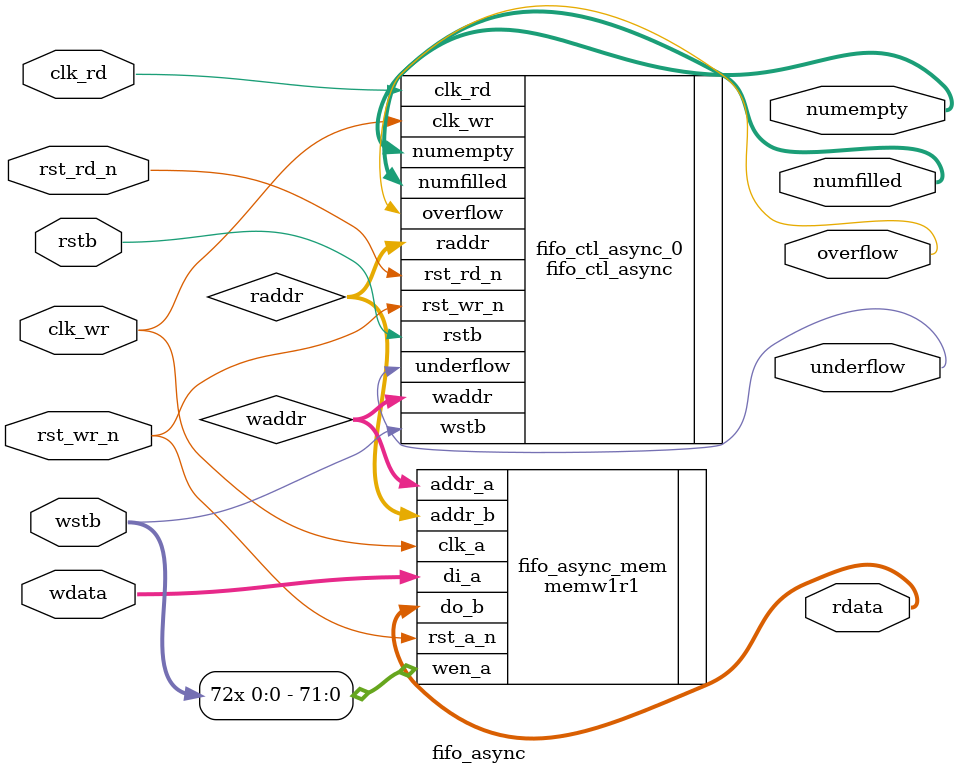
<source format=v>

`include "timescale.vh"
`include "project_defines.vh"



module fifo_async
         (
	// Write Inputs
	rst_wr_n,
	clk_wr,
	wstb,
	wdata,
        
	// Read Inputs
	rst_rd_n,
	clk_rd,
	rstb,

	// Write Outputs
	numempty,
	overflow,
        
	// Read Outputs
	rdata,
	numfilled,
	underflow
      );
      
      
      
      
// synopsys template
parameter	FIFODEPTH	=	'd16;
parameter	FIFOWIDTH	=	'd72;
parameter	FIFOPTRWIDTH	=	('d2 == FIFODEPTH)? 'd1:
					('d4 == FIFODEPTH) ? 'd2:
					('d8 == FIFODEPTH) ? 'd3:
					('d16 == FIFODEPTH) ? 'd4:
					('d32 == FIFODEPTH) ? 'd5:
					('d64 == FIFODEPTH) ? 'd6:
					('d128 == FIFODEPTH) ? 'd7:
					('d256 == FIFODEPTH) ? 'd8:
					'd0;
                                        
                                        
input		        rst_wr_n;
input			clk_wr;
input		        wstb;
input [FIFOWIDTH-1:0]	wdata;
input			rst_rd_n;
input			clk_rd;
input			rstb;

output [FIFOPTRWIDTH:0]	numempty;
output			overflow;
output [FIFOWIDTH-1:0]	rdata;
output [FIFOPTRWIDTH:0]	numfilled;
output			underflow;




wire[FIFOPTRWIDTH-1:0]	waddr;
wire[FIFOPTRWIDTH-1:0]	raddr;
wire[FIFOPTRWIDTH:0]	numempty;
wire			overflow;
wire[FIFOWIDTH-1:0]	rdata;
wire[FIFOPTRWIDTH:0]	numfilled;
wire			underflow;




fifo_ctl_async #(FIFODEPTH, FIFOWIDTH, FIFOPTRWIDTH)	fifo_ctl_async_0
	(
		// Write Inputs
		.rst_wr_n		(rst_wr_n),
		.clk_wr			(clk_wr),
		.wstb			(wstb),
		// Read Inputs
		.rst_rd_n		(rst_rd_n),
		.clk_rd			(clk_rd),
		.rstb			(rstb),
		// RAM Address Outputs
		.waddr		        (waddr),
		.raddr		        (raddr),
		// Write Outputs
		.numempty		(numempty),
		.overflow		(overflow),
		// Read Outputs
		.numfilled		(numfilled),
		.underflow		(underflow)
	);
        
        
        

memw1r1	#(FIFODEPTH, FIFOWIDTH, FIFOPTRWIDTH)	fifo_async_mem
	(
		.rst_a_n	       (rst_wr_n),
		.clk_a		       (clk_wr),
		.addr_a		       (waddr),
		.wen_a		       ({FIFOWIDTH{wstb}}),
		.di_a		       (wdata),
		.addr_b		       (raddr),

		.do_b		       (rdata)
	);


endmodule

</source>
